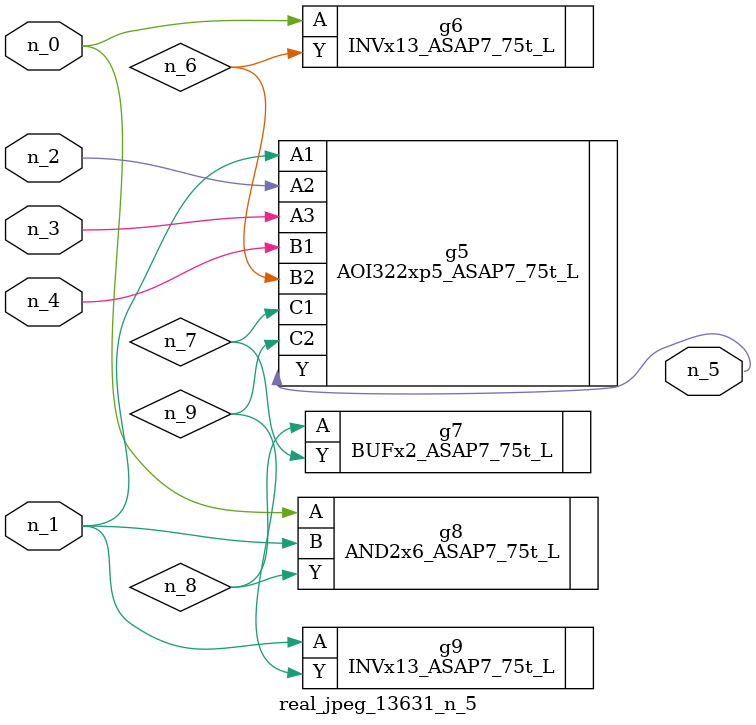
<source format=v>
module real_jpeg_13631_n_5 (n_4, n_0, n_1, n_2, n_3, n_5);

input n_4;
input n_0;
input n_1;
input n_2;
input n_3;

output n_5;

wire n_8;
wire n_6;
wire n_7;
wire n_9;

INVx13_ASAP7_75t_L g6 ( 
.A(n_0),
.Y(n_6)
);

AND2x6_ASAP7_75t_L g8 ( 
.A(n_0),
.B(n_1),
.Y(n_8)
);

AOI322xp5_ASAP7_75t_L g5 ( 
.A1(n_1),
.A2(n_2),
.A3(n_3),
.B1(n_4),
.B2(n_6),
.C1(n_7),
.C2(n_9),
.Y(n_5)
);

INVx13_ASAP7_75t_L g9 ( 
.A(n_1),
.Y(n_9)
);

BUFx2_ASAP7_75t_L g7 ( 
.A(n_8),
.Y(n_7)
);


endmodule
</source>
